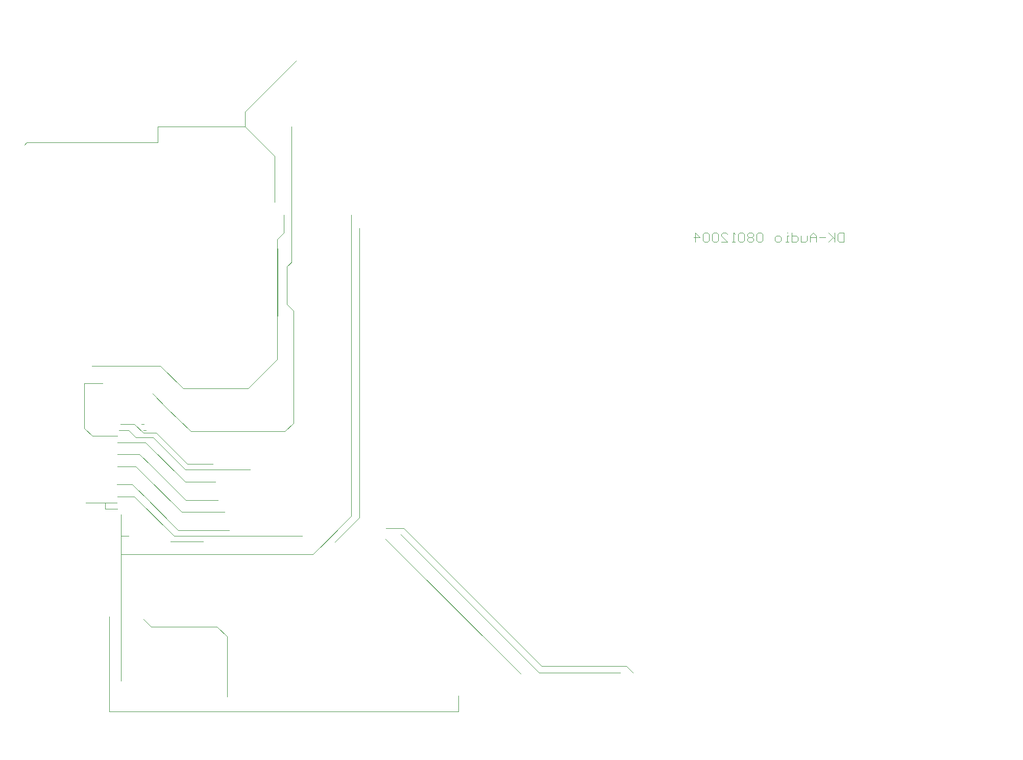
<source format=gbl>
*%FSLAX23Y23*%
*%MOIN*%
G01*
D16*
X7454Y6958D02*
X7503D01*
X7454D02*
Y6928D01*
D17*
X7828Y6995D02*
X8159Y6995D01*
X7874Y7389D02*
X7664Y7599D01*
X7684Y7630D02*
X7887Y7427D01*
X9300Y7006D02*
X10199Y6107D01*
X10184Y6064D02*
X9282Y6966D01*
X9182Y6938D02*
X10064Y6056D01*
X7800Y6956D02*
X7541Y7215D01*
X7570Y7253D02*
X7828Y6995D01*
X7851Y7113D02*
X7592Y7372D01*
X7617Y7450D02*
X7876Y7190D01*
X7873Y7309D02*
X7615Y7568D01*
X7755Y7792D02*
X7909Y7639D01*
X7377Y5810D02*
X9656D01*
X10184Y6064D02*
X10714D01*
X10755Y6107D02*
X10199D01*
X8082Y6365D02*
X8054D01*
X8065Y6365D02*
X7651D01*
X7651Y6365D02*
X7661D01*
X7778Y6919D02*
X7992D01*
X8528Y6956D02*
X8638D01*
X8531D02*
X7800D01*
X9183Y7006D02*
X9300D01*
X8131Y7113D02*
X7851D01*
X7876Y7190D02*
X8086D01*
X8131Y7113D02*
X8022D01*
X7429Y7135D02*
X7351D01*
X7880Y7190D02*
X7992D01*
X7428Y7175D02*
X7351D01*
X7945Y7190D02*
X8086D01*
X7541Y7215D02*
X7429D01*
X7429Y7215D02*
X7518D01*
X7873Y7309D02*
X8070D01*
X7528Y7294D02*
X7427D01*
X7873Y7390D02*
X8297D01*
X8208D01*
X8055Y7427D02*
X8009D01*
X8055D02*
X7888D01*
X7551Y7412D02*
X7432D01*
X7430Y7491D02*
X7575D01*
X7615Y7568D02*
X7430D01*
X7551Y7599D02*
X7664D01*
X7684Y7630D02*
X7599D01*
X7430Y7609D02*
X7280D01*
X7266D01*
X7440Y7647D02*
X7503D01*
X7541Y7688D02*
X7449D01*
X7601Y7648D02*
X7616D01*
X7605Y7688D02*
X7587D01*
X7909Y7639D02*
X8525D01*
X7334Y7955D02*
X7213D01*
Y7662D01*
Y7899D02*
Y7955D01*
Y7662D02*
X7266Y7609D01*
X7377Y5893D02*
Y5810D01*
X7351Y7135D02*
Y7175D01*
X7377Y6429D02*
Y5864D01*
X7551Y7599D02*
X7503Y7647D01*
X7528Y7294D02*
X7600Y7222D01*
X7599Y7630D02*
X7541Y7688D01*
X7575Y7491D02*
X7649Y7417D01*
X7605Y6411D02*
X7651Y6365D01*
X7651Y6365D02*
X7602Y6414D01*
X7755Y7792D02*
X7661Y7887D01*
X7551Y7412D02*
X7602Y7361D01*
X8082Y6365D02*
X8148Y6299D01*
Y5908D01*
X8566Y8745D02*
Y9632D01*
X8581Y8426D02*
Y7695D01*
X8537Y8470D02*
Y8717D01*
X8566Y8746D02*
Y8757D01*
X8537Y8470D02*
X8581Y8426D01*
X8537Y8716D02*
X8566Y8745D01*
X8581Y7695D02*
X8525Y7639D01*
X8537Y8717D02*
X8566Y8746D01*
X8957Y7324D02*
Y7275D01*
X9656Y5913D02*
Y5810D01*
X10755Y6107D02*
X10798Y6064D01*
D18*
X12175Y8878D02*
Y8938D01*
Y8878D02*
X12145D01*
X12135Y8888D01*
Y8928D01*
X12145Y8938D01*
X12175D01*
X12115D02*
Y8878D01*
Y8898D01*
X12075Y8938D01*
X12105Y8908D01*
X12075Y8878D01*
X12055Y8908D02*
X12015D01*
X11995Y8918D02*
Y8878D01*
Y8918D02*
X11975Y8938D01*
X11955Y8918D01*
Y8878D01*
Y8908D01*
X11995D01*
X11935Y8918D02*
Y8888D01*
X11925Y8878D01*
X11895D01*
Y8918D01*
X11835Y8938D02*
Y8878D01*
X11865D01*
X11875Y8888D01*
Y8908D01*
X11865Y8918D01*
X11835D01*
X11815Y8878D02*
X11795D01*
X11805D01*
Y8918D01*
X11815D01*
X11805Y8938D02*
X11806D01*
X11755Y8878D02*
X11735D01*
X11725Y8888D01*
Y8908D01*
X11735Y8918D01*
X11755D01*
X11765Y8908D01*
Y8888D01*
X11755Y8878D01*
X11645Y8928D02*
X11635Y8938D01*
X11615D01*
X11605Y8928D01*
Y8888D01*
X11615Y8878D01*
X11635D01*
X11645Y8888D01*
Y8928D01*
X11585D02*
X11575Y8938D01*
X11555D01*
X11545Y8928D01*
Y8918D01*
X11555Y8908D01*
X11545Y8898D01*
Y8888D01*
X11555Y8878D01*
X11575D01*
X11585Y8888D01*
Y8898D01*
X11575Y8908D01*
X11585Y8918D01*
Y8928D01*
X11575Y8908D02*
X11555D01*
X11525Y8928D02*
X11515Y8938D01*
X11495D01*
X11485Y8928D01*
Y8888D01*
X11495Y8878D01*
X11515D01*
X11525Y8888D01*
Y8928D01*
X11465Y8878D02*
X11445D01*
X11455D01*
Y8938D01*
X11456D01*
X11455D02*
X11465Y8928D01*
X11415Y8878D02*
X11375D01*
X11415D02*
X11375Y8918D01*
Y8928D01*
X11385Y8938D01*
X11405D01*
X11415Y8928D01*
X11355D02*
X11345Y8938D01*
X11325D01*
X11315Y8928D01*
Y8888D01*
X11325Y8878D01*
X11345D01*
X11355Y8888D01*
Y8928D01*
X11295D02*
X11285Y8938D01*
X11265D01*
X11255Y8928D01*
Y8888D01*
X11265Y8878D01*
X11285D01*
X11295Y8888D01*
Y8928D01*
X11205Y8938D02*
Y8878D01*
X11235Y8908D02*
X11205Y8938D01*
X11195Y8908D02*
X11235D01*
D19*
X7656Y6838D02*
X7454D01*
X7653Y6837D02*
X7759D01*
X7351Y7174D02*
X7223D01*
X7305Y9527D02*
X7363D01*
X7454Y7097D02*
Y6840D01*
Y6838D01*
Y6902D02*
Y6326D01*
Y6012D01*
D22*
X8458Y9438D02*
X8264Y9632D01*
X7712Y8067D02*
X7860Y7919D01*
X8895Y6962D02*
X9010Y7077D01*
X8895Y6962D02*
X8852Y6918D01*
X8708Y6837D02*
X8958Y7087D01*
X8576Y10040D02*
X8599Y10063D01*
X8576Y10040D02*
X8264Y9728D01*
X6838Y9527D02*
X6823Y9512D01*
X8474Y8894D02*
X8518Y8938D01*
X8474Y8109D02*
X8284Y7919D01*
X8867Y6994D02*
X8708Y6836D01*
X8708Y6837D02*
X7760D01*
X7860Y7919D02*
X8259D01*
X8284D02*
X8209D01*
X7449Y8067D02*
X7265D01*
X7404D02*
X7570D01*
X7513D01*
X7570D02*
X7631D01*
X7712D01*
X7695Y9527D02*
X6900D01*
X6845D02*
X6962D01*
X6845D02*
X6838D01*
X7695Y9632D02*
X8264D01*
X7695D02*
Y9527D01*
X8264Y9632D02*
Y9728D01*
X8458Y9438D02*
Y9136D01*
X8476Y8834D02*
Y8394D01*
X8474D02*
Y8894D01*
Y8431D02*
Y8109D01*
X8518Y8938D02*
Y9055D01*
X8958Y9054D02*
Y7114D01*
X9010Y7116D02*
Y8967D01*
Y7116D02*
Y7077D01*
X8958Y7087D02*
Y7159D01*
D24*
X10798Y6064D02*
D03*
X10714D02*
D03*
X10064Y6056D02*
D03*
X9656Y5912D02*
D03*
X9183Y7006D02*
D03*
X9182Y6938D02*
D03*
X9282Y6966D02*
D03*
X8958Y9054D02*
D03*
X9010Y8967D02*
D03*
X8852Y6918D02*
D03*
X8867Y6994D02*
D03*
X8599Y10063D02*
D03*
X8638Y6956D02*
D03*
X8566Y9632D02*
D03*
X8518Y9055D02*
D03*
X8458Y9136D02*
D03*
X8264Y9632D02*
D03*
X8297Y7390D02*
D03*
X8131Y7113D02*
D03*
X8159Y6994D02*
D03*
X8055Y7427D02*
D03*
X8070Y7309D02*
D03*
X8086Y7190D02*
D03*
X7991Y6919D02*
D03*
X7778D02*
D03*
X7660Y7887D02*
D03*
X7602Y6414D02*
D03*
X7363Y9527D02*
D03*
X7334Y7955D02*
D03*
X7454Y6012D02*
D03*
X7377Y6429D02*
D03*
X7503Y6958D02*
D03*
X7223Y7174D02*
D03*
X7265Y8067D02*
D03*
X6823Y9512D02*
D03*
D29*
X12314Y10341D02*
D03*
X12214D02*
D03*
X12114D02*
D03*
X12014D02*
D03*
X9239Y10144D02*
D03*
D34*
X13185Y9943D02*
D03*
Y6183D02*
D03*
X7949Y8124D02*
D03*
Y6183D02*
D03*
D58*
X12414Y10341D02*
D03*
D67*
X7428Y7097D02*
D03*
Y7688D02*
D03*
Y7648D02*
D03*
Y7609D02*
D03*
Y7569D02*
D03*
Y7530D02*
D03*
Y7491D02*
D03*
Y7451D02*
D03*
Y7412D02*
D03*
Y7373D02*
D03*
Y7333D02*
D03*
Y7294D02*
D03*
Y7254D02*
D03*
Y7215D02*
D03*
Y7176D02*
D03*
Y7136D02*
D03*
D76*
X7334Y7803D02*
D03*
Y6981D02*
D03*
D89*
X12070Y5912D02*
D03*
X12470D02*
D03*
X12070Y5612D02*
D03*
X12470D02*
D03*
X12723Y5912D02*
D03*
X13123D02*
D03*
X12723Y5612D02*
D03*
X13123D02*
D03*
X10763Y5912D02*
D03*
X11163D02*
D03*
X10763Y5612D02*
D03*
X11163D02*
D03*
X11416Y5912D02*
D03*
X11816D02*
D03*
X11416Y5612D02*
D03*
X11816D02*
D03*
X8802Y5912D02*
D03*
X9202D02*
D03*
X8802Y5612D02*
D03*
X9202D02*
D03*
X9456Y5912D02*
D03*
X9856D02*
D03*
X9456Y5612D02*
D03*
X9856D02*
D03*
X10109Y5912D02*
D03*
X10509D02*
D03*
X10109Y5612D02*
D03*
X10509D02*
D03*
X8149Y5912D02*
D03*
X8549D02*
D03*
X8149Y5612D02*
D03*
X8549D02*
D03*
M02*

</source>
